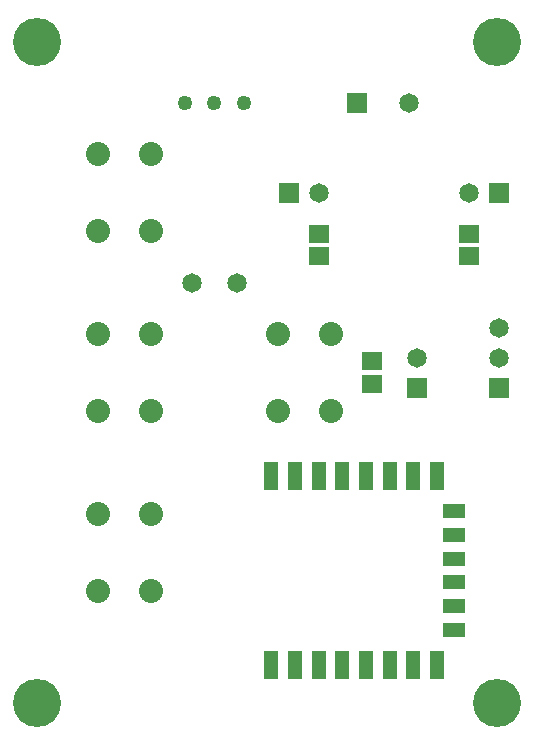
<source format=gts>
G04 -- Generated By PCBWeb Designer*
%FSLAX24Y24*%
%MOIN*%
%OFA0B0*%
%SFA1.0B1.0*%
%AMROTRECT*21,1,$1,$2,0,0,$3*%
%AMROTOBLONG*1,1,$7,$1,$2*1,1,$7,$3,$4*21,1,$5,$6,0,0,$8*%
%ADD10C,0.025*%
%ADD11C,0.15*%
%ADD12C,0.1*%
%ADD13C,0.16*%
%ADD14C,0.005*%
%ADD15R,0.065X0.0394*%
%ADD16R,0.075X0.0494*%
%ADD17C,0.021*%
%ADD18R,0.0394X0.0866*%
%ADD19R,0.0494X0.0966*%
%ADD20C,0.002*%
%ADD21C,0.018*%
%ADD22C,0.008*%
%ADD23C,0.024*%
%ADD24R,0.055X0.055*%
%ADD25C,0.035*%
%ADD26R,0.065X0.065*%
%ADD27C,0.055*%
%ADD28C,0.032*%
%ADD29C,0.065*%
%ADD30C,0.01*%
%ADD31R,0.0591X0.0512*%
%ADD32R,0.0691X0.0612*%
%ADD33C,0.07*%
%ADD34C,0.045*%
%ADD35C,0.08*%
%ADD36C,0.033*%
%ADD37C,0.033*%
%ADD38C,0.026*%
%ADD39C,0.0394*%
%ADD40C,0.0197*%
%ADD41C,0.0494*%
%ADD42C,0.0059*%
%ADD43C,0.015*%
%ADD44C,0.0275*%
%ADD45C,0.0*%
G01*
%LNSTD*%
%LPD*%
G54D13*
X1575Y2475D03*
X16925Y2475D03*
X1575Y24525D03*
X16925Y24525D03*
G54D16*
X15500Y4931D03*
X15500Y5718D03*
X15500Y6506D03*
X15500Y7293D03*
X15500Y8081D03*
X15500Y8868D03*
G54D19*
X14910Y3750D03*
X9398Y3750D03*
X10185Y3750D03*
X10972Y3750D03*
X11760Y3750D03*
X12547Y3750D03*
X13335Y3750D03*
X14122Y3750D03*
X14910Y10050D03*
X14122Y10050D03*
X13335Y10050D03*
X12547Y10050D03*
X11760Y10050D03*
X10972Y10050D03*
X10185Y10050D03*
X9398Y10050D03*
G54D26*
X14250Y13000D03*
G54D29*
X14250Y14000D03*
G54D32*
X12750Y13126D03*
X12750Y13874D03*
G54D26*
X17000Y13000D03*
G54D29*
X17000Y14000D03*
X17000Y15000D03*
G54D35*
X5386Y18220D03*
X5386Y20780D03*
X3616Y18220D03*
X3616Y20780D03*
X5386Y6220D03*
X5386Y8780D03*
X3616Y6220D03*
X3616Y8780D03*
X11386Y12220D03*
X11386Y14780D03*
X9616Y12220D03*
X9616Y14780D03*
X5386Y12220D03*
X5386Y14780D03*
X3616Y12220D03*
X3616Y14780D03*
G54D26*
X10000Y19500D03*
G54D29*
X11000Y19500D03*
G54D26*
X17000Y19500D03*
G54D29*
X16000Y19500D03*
G54D32*
X11000Y17376D03*
X11000Y18124D03*
X16000Y17376D03*
X16000Y18124D03*
G54D26*
X12250Y22500D03*
G54D29*
X14000Y22500D03*
X8250Y16500D03*
X6750Y16500D03*
G54D41*
X8484Y22500D03*
X7500Y22500D03*
X6516Y22500D03*
M02*

</source>
